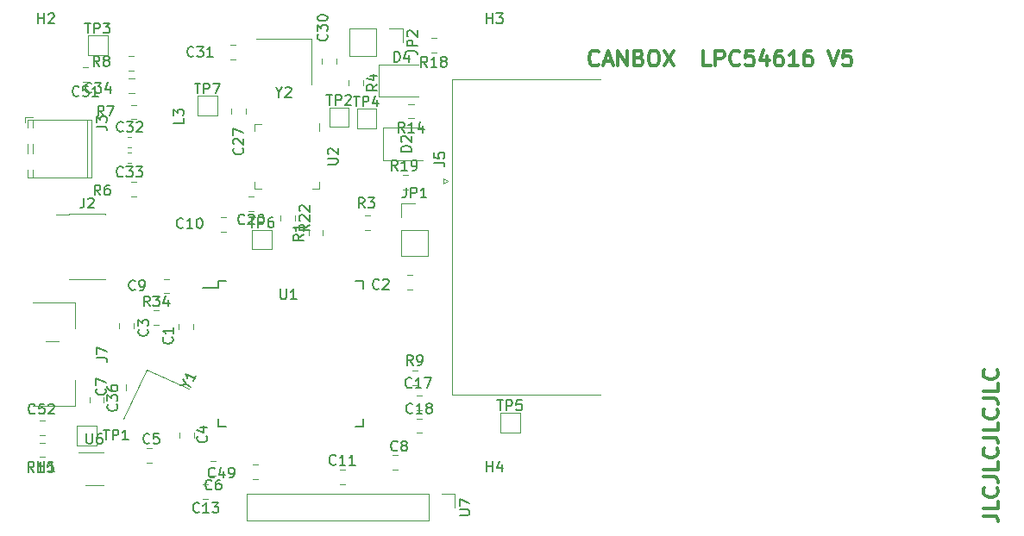
<source format=gto>
G04 #@! TF.GenerationSoftware,KiCad,Pcbnew,(5.99.0-97-g37fac7a8f)*
G04 #@! TF.CreationDate,2019-12-11T21:19:42+01:00*
G04 #@! TF.ProjectId,canbox,63616e62-6f78-42e6-9b69-6361645f7063,rev?*
G04 #@! TF.SameCoordinates,Original*
G04 #@! TF.FileFunction,Legend,Top*
G04 #@! TF.FilePolarity,Positive*
%FSLAX46Y46*%
G04 Gerber Fmt 4.6, Leading zero omitted, Abs format (unit mm)*
G04 Created by KiCad (PCBNEW (5.99.0-97-g37fac7a8f)) date 2019-12-11 21:19:42*
%MOMM*%
%LPD*%
G04 APERTURE LIST*
%ADD10C,0.300000*%
%ADD11C,0.120000*%
%ADD12C,0.150000*%
G04 APERTURE END LIST*
D10*
X77200754Y-24570754D02*
X77129325Y-24642182D01*
X76915040Y-24713611D01*
X76772182Y-24713611D01*
X76557897Y-24642182D01*
X76415040Y-24499325D01*
X76343611Y-24356468D01*
X76272182Y-24070754D01*
X76272182Y-23856468D01*
X76343611Y-23570754D01*
X76415040Y-23427897D01*
X76557897Y-23285040D01*
X76772182Y-23213611D01*
X76915040Y-23213611D01*
X77129325Y-23285040D01*
X77200754Y-23356468D01*
X77772182Y-24285040D02*
X78486468Y-24285040D01*
X77629325Y-24713611D02*
X78129325Y-23213611D01*
X78629325Y-24713611D01*
X79129325Y-24713611D02*
X79129325Y-23213611D01*
X79986468Y-24713611D01*
X79986468Y-23213611D01*
X81200754Y-23927897D02*
X81415040Y-23999325D01*
X81486468Y-24070754D01*
X81557897Y-24213611D01*
X81557897Y-24427897D01*
X81486468Y-24570754D01*
X81415040Y-24642182D01*
X81272182Y-24713611D01*
X80700754Y-24713611D01*
X80700754Y-23213611D01*
X81200754Y-23213611D01*
X81343611Y-23285040D01*
X81415040Y-23356468D01*
X81486468Y-23499325D01*
X81486468Y-23642182D01*
X81415040Y-23785040D01*
X81343611Y-23856468D01*
X81200754Y-23927897D01*
X80700754Y-23927897D01*
X82486468Y-23213611D02*
X82772182Y-23213611D01*
X82915040Y-23285040D01*
X83057897Y-23427897D01*
X83129325Y-23713611D01*
X83129325Y-24213611D01*
X83057897Y-24499325D01*
X82915040Y-24642182D01*
X82772182Y-24713611D01*
X82486468Y-24713611D01*
X82343611Y-24642182D01*
X82200754Y-24499325D01*
X82129325Y-24213611D01*
X82129325Y-23713611D01*
X82200754Y-23427897D01*
X82343611Y-23285040D01*
X82486468Y-23213611D01*
X83629325Y-23213611D02*
X84629325Y-24713611D01*
X84629325Y-23213611D02*
X83629325Y-24713611D01*
X88200754Y-24713611D02*
X87486468Y-24713611D01*
X87486468Y-23213611D01*
X88700754Y-24713611D02*
X88700754Y-23213611D01*
X89272182Y-23213611D01*
X89415040Y-23285040D01*
X89486468Y-23356468D01*
X89557897Y-23499325D01*
X89557897Y-23713611D01*
X89486468Y-23856468D01*
X89415040Y-23927897D01*
X89272182Y-23999325D01*
X88700754Y-23999325D01*
X91057897Y-24570754D02*
X90986468Y-24642182D01*
X90772182Y-24713611D01*
X90629325Y-24713611D01*
X90415040Y-24642182D01*
X90272182Y-24499325D01*
X90200754Y-24356468D01*
X90129325Y-24070754D01*
X90129325Y-23856468D01*
X90200754Y-23570754D01*
X90272182Y-23427897D01*
X90415040Y-23285040D01*
X90629325Y-23213611D01*
X90772182Y-23213611D01*
X90986468Y-23285040D01*
X91057897Y-23356468D01*
X92415040Y-23213611D02*
X91700754Y-23213611D01*
X91629325Y-23927897D01*
X91700754Y-23856468D01*
X91843611Y-23785040D01*
X92200754Y-23785040D01*
X92343611Y-23856468D01*
X92415040Y-23927897D01*
X92486468Y-24070754D01*
X92486468Y-24427897D01*
X92415040Y-24570754D01*
X92343611Y-24642182D01*
X92200754Y-24713611D01*
X91843611Y-24713611D01*
X91700754Y-24642182D01*
X91629325Y-24570754D01*
X93772182Y-23713611D02*
X93772182Y-24713611D01*
X93415040Y-23142182D02*
X93057897Y-24213611D01*
X93986468Y-24213611D01*
X95200754Y-23213611D02*
X94915040Y-23213611D01*
X94772182Y-23285040D01*
X94700754Y-23356468D01*
X94557897Y-23570754D01*
X94486468Y-23856468D01*
X94486468Y-24427897D01*
X94557897Y-24570754D01*
X94629325Y-24642182D01*
X94772182Y-24713611D01*
X95057897Y-24713611D01*
X95200754Y-24642182D01*
X95272182Y-24570754D01*
X95343611Y-24427897D01*
X95343611Y-24070754D01*
X95272182Y-23927897D01*
X95200754Y-23856468D01*
X95057897Y-23785040D01*
X94772182Y-23785040D01*
X94629325Y-23856468D01*
X94557897Y-23927897D01*
X94486468Y-24070754D01*
X96772182Y-24713611D02*
X95915040Y-24713611D01*
X96343611Y-24713611D02*
X96343611Y-23213611D01*
X96200754Y-23427897D01*
X96057897Y-23570754D01*
X95915040Y-23642182D01*
X98057897Y-23213611D02*
X97772182Y-23213611D01*
X97629325Y-23285040D01*
X97557897Y-23356468D01*
X97415040Y-23570754D01*
X97343611Y-23856468D01*
X97343611Y-24427897D01*
X97415040Y-24570754D01*
X97486468Y-24642182D01*
X97629325Y-24713611D01*
X97915040Y-24713611D01*
X98057897Y-24642182D01*
X98129325Y-24570754D01*
X98200754Y-24427897D01*
X98200754Y-24070754D01*
X98129325Y-23927897D01*
X98057897Y-23856468D01*
X97915040Y-23785040D01*
X97629325Y-23785040D01*
X97486468Y-23856468D01*
X97415040Y-23927897D01*
X97343611Y-24070754D01*
X99772182Y-23213611D02*
X100272182Y-24713611D01*
X100772182Y-23213611D01*
X101986468Y-23213611D02*
X101272182Y-23213611D01*
X101200754Y-23927897D01*
X101272182Y-23856468D01*
X101415040Y-23785040D01*
X101772182Y-23785040D01*
X101915040Y-23856468D01*
X101986468Y-23927897D01*
X102057897Y-24070754D01*
X102057897Y-24427897D01*
X101986468Y-24570754D01*
X101915040Y-24642182D01*
X101772182Y-24713611D01*
X101415040Y-24713611D01*
X101272182Y-24642182D01*
X101200754Y-24570754D01*
X114953611Y-68933611D02*
X116025040Y-68933611D01*
X116239325Y-69005040D01*
X116382182Y-69147897D01*
X116453611Y-69362182D01*
X116453611Y-69505040D01*
X116453611Y-67505040D02*
X116453611Y-68219325D01*
X114953611Y-68219325D01*
X116310754Y-66147897D02*
X116382182Y-66219325D01*
X116453611Y-66433611D01*
X116453611Y-66576468D01*
X116382182Y-66790754D01*
X116239325Y-66933611D01*
X116096468Y-67005040D01*
X115810754Y-67076468D01*
X115596468Y-67076468D01*
X115310754Y-67005040D01*
X115167897Y-66933611D01*
X115025040Y-66790754D01*
X114953611Y-66576468D01*
X114953611Y-66433611D01*
X115025040Y-66219325D01*
X115096468Y-66147897D01*
X114953611Y-65076468D02*
X116025040Y-65076468D01*
X116239325Y-65147897D01*
X116382182Y-65290754D01*
X116453611Y-65505040D01*
X116453611Y-65647897D01*
X116453611Y-63647897D02*
X116453611Y-64362182D01*
X114953611Y-64362182D01*
X116310754Y-62290754D02*
X116382182Y-62362182D01*
X116453611Y-62576468D01*
X116453611Y-62719325D01*
X116382182Y-62933611D01*
X116239325Y-63076468D01*
X116096468Y-63147897D01*
X115810754Y-63219325D01*
X115596468Y-63219325D01*
X115310754Y-63147897D01*
X115167897Y-63076468D01*
X115025040Y-62933611D01*
X114953611Y-62719325D01*
X114953611Y-62576468D01*
X115025040Y-62362182D01*
X115096468Y-62290754D01*
X114953611Y-61219325D02*
X116025040Y-61219325D01*
X116239325Y-61290754D01*
X116382182Y-61433611D01*
X116453611Y-61647897D01*
X116453611Y-61790754D01*
X116453611Y-59790754D02*
X116453611Y-60505040D01*
X114953611Y-60505040D01*
X116310754Y-58433611D02*
X116382182Y-58505040D01*
X116453611Y-58719325D01*
X116453611Y-58862182D01*
X116382182Y-59076468D01*
X116239325Y-59219325D01*
X116096468Y-59290754D01*
X115810754Y-59362182D01*
X115596468Y-59362182D01*
X115310754Y-59290754D01*
X115167897Y-59219325D01*
X115025040Y-59076468D01*
X114953611Y-58862182D01*
X114953611Y-58719325D01*
X115025040Y-58505040D01*
X115096468Y-58433611D01*
X114953611Y-57362182D02*
X116025040Y-57362182D01*
X116239325Y-57433611D01*
X116382182Y-57576468D01*
X116453611Y-57790754D01*
X116453611Y-57933611D01*
X116453611Y-55933611D02*
X116453611Y-56647897D01*
X114953611Y-56647897D01*
X116310754Y-54576468D02*
X116382182Y-54647897D01*
X116453611Y-54862182D01*
X116453611Y-55005040D01*
X116382182Y-55219325D01*
X116239325Y-55362182D01*
X116096468Y-55433611D01*
X115810754Y-55505040D01*
X115596468Y-55505040D01*
X115310754Y-55433611D01*
X115167897Y-55362182D01*
X115025040Y-55219325D01*
X114953611Y-55005040D01*
X114953611Y-54862182D01*
X115025040Y-54647897D01*
X115096468Y-54576468D01*
D11*
X38917512Y-67227520D02*
X38395008Y-67227520D01*
X38917512Y-65807520D02*
X38395008Y-65807520D01*
X36972252Y-56435035D02*
X32893867Y-54533253D01*
X32893867Y-54533253D02*
X30611728Y-59427315D01*
X37884060Y-27678340D02*
X39784060Y-27678340D01*
X39784060Y-27678340D02*
X39784060Y-29578340D01*
X39784060Y-29578340D02*
X37884060Y-29578340D01*
X37884060Y-29578340D02*
X37884060Y-27678340D01*
X43231040Y-40834040D02*
X45131040Y-40834040D01*
X45131040Y-40834040D02*
X45131040Y-42734040D01*
X45131040Y-42734040D02*
X43231040Y-42734040D01*
X43231040Y-42734040D02*
X43231040Y-40834040D01*
X31353307Y-34249040D02*
X31010773Y-34249040D01*
X31353307Y-33229040D02*
X31010773Y-33229040D01*
X31019773Y-31668040D02*
X31362307Y-31668040D01*
X31019773Y-32688040D02*
X31362307Y-32688040D01*
D12*
X39875000Y-46525000D02*
X38350000Y-46525000D01*
X54125000Y-45875000D02*
X53365000Y-45875000D01*
X54125000Y-60125000D02*
X53365000Y-60125000D01*
X39875000Y-60125000D02*
X40635000Y-60125000D01*
X39875000Y-45875000D02*
X40635000Y-45875000D01*
X39875000Y-60125000D02*
X39875000Y-59365000D01*
X54125000Y-60125000D02*
X54125000Y-59365000D01*
X54125000Y-45875000D02*
X54125000Y-46635000D01*
X39875000Y-45875000D02*
X39875000Y-46525000D01*
D11*
X52775040Y-21075040D02*
X52775040Y-23735040D01*
X55375040Y-21075040D02*
X52775040Y-21075040D01*
X55375040Y-23735040D02*
X52775040Y-23735040D01*
X55375040Y-21075040D02*
X55375040Y-23735040D01*
X56645040Y-21075040D02*
X57975040Y-21075040D01*
X57975040Y-21075040D02*
X57975040Y-22405040D01*
X25260040Y-39240040D02*
X28790040Y-39240040D01*
X25260040Y-45710040D02*
X28790040Y-45710040D01*
X23935040Y-39305040D02*
X25260040Y-39305040D01*
X25260040Y-39240040D02*
X25260040Y-39305040D01*
X28790040Y-39240040D02*
X28790040Y-39305040D01*
X25260040Y-45645040D02*
X25260040Y-45710040D01*
X28790040Y-45645040D02*
X28790040Y-45710040D01*
X53485040Y-28945040D02*
X55385040Y-28945040D01*
X55385040Y-28945040D02*
X55385040Y-30845040D01*
X55385040Y-30845040D02*
X53485040Y-30845040D01*
X53485040Y-30845040D02*
X53485040Y-28945040D01*
X49770040Y-31120040D02*
X49770040Y-30320040D01*
X43470040Y-30470040D02*
X44120040Y-30470040D01*
X43470040Y-31120040D02*
X43470040Y-30470040D01*
X43470040Y-36770040D02*
X44120040Y-36770040D01*
X43470040Y-36120040D02*
X43470040Y-36770040D01*
X49770040Y-36770040D02*
X49120040Y-36770040D01*
X49770040Y-36120040D02*
X49770040Y-36770040D01*
X46025040Y-39418788D02*
X46025040Y-39941292D01*
X47445040Y-39418788D02*
X47445040Y-39941292D01*
X57835040Y-38225040D02*
X59165040Y-38225040D01*
X57835040Y-39555040D02*
X57835040Y-38225040D01*
X57835040Y-40825040D02*
X60495040Y-40825040D01*
X60495040Y-40825040D02*
X60495040Y-43425040D01*
X57835040Y-40825040D02*
X57835040Y-43425040D01*
X57835040Y-43425040D02*
X60495040Y-43425040D01*
X55610040Y-27730040D02*
X59495040Y-27730040D01*
X55610040Y-24560040D02*
X55610040Y-27730040D01*
X59495040Y-24560040D02*
X55610040Y-24560040D01*
X56089422Y-33985621D02*
X59974422Y-33985621D01*
X56089422Y-30815621D02*
X56089422Y-33985621D01*
X59974422Y-30815621D02*
X56089422Y-30815621D01*
X26825040Y-65895040D02*
X28625040Y-65895040D01*
X28625040Y-62675040D02*
X26175040Y-62675040D01*
X67585040Y-58815040D02*
X69485040Y-58815040D01*
X69485040Y-58815040D02*
X69485040Y-60715040D01*
X69485040Y-60715040D02*
X67585040Y-60715040D01*
X67585040Y-60715040D02*
X67585040Y-58815040D01*
X50815040Y-28815040D02*
X52715040Y-28815040D01*
X52715040Y-28815040D02*
X52715040Y-30715040D01*
X52715040Y-30715040D02*
X50815040Y-30715040D01*
X50815040Y-30715040D02*
X50815040Y-28815040D01*
X49035040Y-26555040D02*
X49035040Y-22055040D01*
X49035040Y-22055040D02*
X43635040Y-22055040D01*
X58506292Y-36840040D02*
X57983788Y-36840040D01*
X58506292Y-35420040D02*
X57983788Y-35420040D01*
X61296292Y-23435040D02*
X60773788Y-23435040D01*
X61296292Y-22015040D02*
X60773788Y-22015040D01*
X59077292Y-29871040D02*
X58554788Y-29871040D01*
X59077292Y-28451040D02*
X58554788Y-28451040D01*
X43381292Y-39005040D02*
X42858788Y-39005040D01*
X43381292Y-37585040D02*
X42858788Y-37585040D01*
X59461292Y-56075040D02*
X58938788Y-56075040D01*
X59461292Y-54655040D02*
X58938788Y-54655040D01*
X59901292Y-58565040D02*
X59378788Y-58565040D01*
X59901292Y-57145040D02*
X59378788Y-57145040D01*
X35061292Y-47075040D02*
X34538788Y-47075040D01*
X35061292Y-45655040D02*
X34538788Y-45655040D01*
X77415040Y-57020040D02*
X62875040Y-57020040D01*
X62875040Y-57020040D02*
X62875040Y-26050040D01*
X62875040Y-26050040D02*
X77415040Y-26050040D01*
X61980702Y-36245040D02*
X61980702Y-35745040D01*
X61980702Y-35745040D02*
X62413715Y-35995040D01*
X62413715Y-35995040D02*
X61980702Y-36245040D01*
X21725040Y-30035040D02*
X21725040Y-30805040D01*
X21725040Y-32385040D02*
X21725040Y-33345040D01*
X21725040Y-34925040D02*
X21725040Y-35695040D01*
X27025040Y-30035040D02*
X27025040Y-35695040D01*
X27485040Y-30035040D02*
X27485040Y-35695040D01*
X21165040Y-30035040D02*
X21165040Y-30805040D01*
X21165040Y-32385040D02*
X21165040Y-33345040D01*
X21165040Y-34925040D02*
X21165040Y-35695040D01*
X27485040Y-30035040D02*
X21165040Y-30035040D01*
X27485040Y-35695040D02*
X21165040Y-35695040D01*
X21665040Y-29795040D02*
X20925040Y-29795040D01*
X20925040Y-29795040D02*
X20925040Y-30295040D01*
X34030674Y-50170621D02*
X33508170Y-50170621D01*
X34030674Y-48750621D02*
X33508170Y-48750621D01*
X42675040Y-66765040D02*
X42675040Y-69425040D01*
X60515040Y-66765040D02*
X42675040Y-66765040D01*
X60515040Y-69425040D02*
X42675040Y-69425040D01*
X60515040Y-66765040D02*
X60515040Y-69425040D01*
X61785040Y-66765040D02*
X63115040Y-66765040D01*
X63115040Y-66765040D02*
X63115040Y-68095040D01*
X27121040Y-21747040D02*
X29021040Y-21747040D01*
X29021040Y-21747040D02*
X29021040Y-23647040D01*
X29021040Y-23647040D02*
X27121040Y-23647040D01*
X27121040Y-23647040D02*
X27121040Y-21747040D01*
X26028040Y-60091040D02*
X27928040Y-60091040D01*
X27928040Y-60091040D02*
X27928040Y-61991040D01*
X27928040Y-61991040D02*
X26028040Y-61991040D01*
X26028040Y-61991040D02*
X26028040Y-60091040D01*
X22863292Y-63148040D02*
X22340788Y-63148040D01*
X22863292Y-61728040D02*
X22340788Y-61728040D01*
X31621292Y-25165040D02*
X31098788Y-25165040D01*
X31621292Y-23745040D02*
X31098788Y-23745040D01*
X31323788Y-28545040D02*
X31846292Y-28545040D01*
X31323788Y-29965040D02*
X31846292Y-29965040D01*
X31298788Y-36145040D02*
X31821292Y-36145040D01*
X31298788Y-37565040D02*
X31821292Y-37565040D01*
X54100040Y-26103788D02*
X54100040Y-26626292D01*
X52680040Y-26103788D02*
X52680040Y-26626292D01*
X54801292Y-40815040D02*
X54278788Y-40815040D01*
X54801292Y-39395040D02*
X54278788Y-39395040D01*
X48745040Y-41381292D02*
X48745040Y-40858788D01*
X50165040Y-41381292D02*
X50165040Y-40858788D01*
X25820000Y-50530000D02*
X25820000Y-47990000D01*
X25820000Y-47990000D02*
X21730000Y-47990000D01*
X25820000Y-58150000D02*
X25820000Y-55610000D01*
X25820000Y-58150000D02*
X21730000Y-58150000D01*
X24270000Y-51800000D02*
X23000000Y-51800000D01*
X22911292Y-60989040D02*
X22388788Y-60989040D01*
X22911292Y-59569040D02*
X22388788Y-59569040D01*
X27107672Y-26310660D02*
X26585168Y-26310660D01*
X27107672Y-24890660D02*
X26585168Y-24890660D01*
X43248788Y-63925040D02*
X43771292Y-63925040D01*
X43248788Y-65345040D02*
X43771292Y-65345040D01*
X27239422Y-57771873D02*
X27239422Y-57249369D01*
X28659422Y-57771873D02*
X28659422Y-57249369D01*
X31123788Y-25945040D02*
X31646292Y-25945040D01*
X31123788Y-27365040D02*
X31646292Y-27365040D01*
X41621292Y-24055040D02*
X41098788Y-24055040D01*
X41621292Y-22635040D02*
X41098788Y-22635040D01*
X51495040Y-23968788D02*
X51495040Y-24491292D01*
X50075040Y-23968788D02*
X50075040Y-24491292D01*
X41195040Y-29421292D02*
X41195040Y-28898788D01*
X42615040Y-29421292D02*
X42615040Y-28898788D01*
X59339406Y-59369459D02*
X59861910Y-59369459D01*
X59339406Y-60789459D02*
X59861910Y-60789459D01*
X51803788Y-64415040D02*
X52326292Y-64415040D01*
X51803788Y-65835040D02*
X52326292Y-65835040D01*
X40643332Y-41027420D02*
X40120828Y-41027420D01*
X40643332Y-39607420D02*
X40120828Y-39607420D01*
X56983788Y-62975040D02*
X57506292Y-62975040D01*
X56983788Y-64395040D02*
X57506292Y-64395040D01*
X30803040Y-56039788D02*
X30803040Y-56562292D01*
X29383040Y-56039788D02*
X29383040Y-56562292D01*
X39671292Y-64985040D02*
X39148788Y-64985040D01*
X39671292Y-63565040D02*
X39148788Y-63565040D01*
X33381292Y-63730040D02*
X32858788Y-63730040D01*
X33381292Y-62310040D02*
X32858788Y-62310040D01*
X37509040Y-60750788D02*
X37509040Y-61273292D01*
X36089040Y-60750788D02*
X36089040Y-61273292D01*
X30163700Y-50519072D02*
X30163700Y-49996568D01*
X31583700Y-50519072D02*
X31583700Y-49996568D01*
X58433788Y-45255040D02*
X58956292Y-45255040D01*
X58433788Y-46675040D02*
X58956292Y-46675040D01*
X35975040Y-50626292D02*
X35975040Y-50103788D01*
X37395040Y-50626292D02*
X37395040Y-50103788D01*
D12*
X38013402Y-68524662D02*
X37965783Y-68572281D01*
X37822926Y-68619900D01*
X37727688Y-68619900D01*
X37584831Y-68572281D01*
X37489593Y-68477043D01*
X37441974Y-68381805D01*
X37394355Y-68191329D01*
X37394355Y-68048472D01*
X37441974Y-67857996D01*
X37489593Y-67762758D01*
X37584831Y-67667520D01*
X37727688Y-67619900D01*
X37822926Y-67619900D01*
X37965783Y-67667520D01*
X38013402Y-67715139D01*
X38965783Y-68619900D02*
X38394355Y-68619900D01*
X38680069Y-68619900D02*
X38680069Y-67619900D01*
X38584831Y-67762758D01*
X38489593Y-67857996D01*
X38394355Y-67905615D01*
X39299117Y-67619900D02*
X39918164Y-67619900D01*
X39584831Y-68000853D01*
X39727688Y-68000853D01*
X39822926Y-68048472D01*
X39870545Y-68096091D01*
X39918164Y-68191329D01*
X39918164Y-68429424D01*
X39870545Y-68524662D01*
X39822926Y-68572281D01*
X39727688Y-68619900D01*
X39441974Y-68619900D01*
X39346736Y-68572281D01*
X39299117Y-68524662D01*
X36761193Y-56040481D02*
X37192768Y-56241728D01*
X36145588Y-56121212D02*
X36761193Y-56040481D01*
X36427333Y-55517007D01*
X37695885Y-55162790D02*
X37454389Y-55680680D01*
X37575137Y-55421735D02*
X36668829Y-54999117D01*
X36758052Y-55145806D01*
X36804118Y-55272371D01*
X36807026Y-55378810D01*
X37572155Y-26432720D02*
X38143583Y-26432720D01*
X37857869Y-27432720D02*
X37857869Y-26432720D01*
X38476917Y-27432720D02*
X38476917Y-26432720D01*
X38857869Y-26432720D01*
X38953107Y-26480340D01*
X39000726Y-26527959D01*
X39048345Y-26623197D01*
X39048345Y-26766054D01*
X39000726Y-26861292D01*
X38953107Y-26908911D01*
X38857869Y-26956530D01*
X38476917Y-26956530D01*
X39381679Y-26432720D02*
X40048345Y-26432720D01*
X39619774Y-27432720D01*
X42919135Y-39588420D02*
X43490563Y-39588420D01*
X43204849Y-40588420D02*
X43204849Y-39588420D01*
X43823897Y-40588420D02*
X43823897Y-39588420D01*
X44204849Y-39588420D01*
X44300087Y-39636040D01*
X44347706Y-39683659D01*
X44395325Y-39778897D01*
X44395325Y-39921754D01*
X44347706Y-40016992D01*
X44300087Y-40064611D01*
X44204849Y-40112230D01*
X43823897Y-40112230D01*
X45252468Y-39588420D02*
X45061992Y-39588420D01*
X44966754Y-39636040D01*
X44919135Y-39683659D01*
X44823897Y-39826516D01*
X44776278Y-40016992D01*
X44776278Y-40397944D01*
X44823897Y-40493182D01*
X44871516Y-40540801D01*
X44966754Y-40588420D01*
X45157230Y-40588420D01*
X45252468Y-40540801D01*
X45300087Y-40493182D01*
X45347706Y-40397944D01*
X45347706Y-40159849D01*
X45300087Y-40064611D01*
X45252468Y-40016992D01*
X45157230Y-39969373D01*
X44966754Y-39969373D01*
X44871516Y-40016992D01*
X44823897Y-40064611D01*
X44776278Y-40159849D01*
X30539182Y-35526182D02*
X30491563Y-35573801D01*
X30348706Y-35621420D01*
X30253468Y-35621420D01*
X30110611Y-35573801D01*
X30015373Y-35478563D01*
X29967754Y-35383325D01*
X29920135Y-35192849D01*
X29920135Y-35049992D01*
X29967754Y-34859516D01*
X30015373Y-34764278D01*
X30110611Y-34669040D01*
X30253468Y-34621420D01*
X30348706Y-34621420D01*
X30491563Y-34669040D01*
X30539182Y-34716659D01*
X30872516Y-34621420D02*
X31491563Y-34621420D01*
X31158230Y-35002373D01*
X31301087Y-35002373D01*
X31396325Y-35049992D01*
X31443944Y-35097611D01*
X31491563Y-35192849D01*
X31491563Y-35430944D01*
X31443944Y-35526182D01*
X31396325Y-35573801D01*
X31301087Y-35621420D01*
X31015373Y-35621420D01*
X30920135Y-35573801D01*
X30872516Y-35526182D01*
X31824897Y-34621420D02*
X32443944Y-34621420D01*
X32110611Y-35002373D01*
X32253468Y-35002373D01*
X32348706Y-35049992D01*
X32396325Y-35097611D01*
X32443944Y-35192849D01*
X32443944Y-35430944D01*
X32396325Y-35526182D01*
X32348706Y-35573801D01*
X32253468Y-35621420D01*
X31967754Y-35621420D01*
X31872516Y-35573801D01*
X31824897Y-35526182D01*
X30548182Y-31105182D02*
X30500563Y-31152801D01*
X30357706Y-31200420D01*
X30262468Y-31200420D01*
X30119611Y-31152801D01*
X30024373Y-31057563D01*
X29976754Y-30962325D01*
X29929135Y-30771849D01*
X29929135Y-30628992D01*
X29976754Y-30438516D01*
X30024373Y-30343278D01*
X30119611Y-30248040D01*
X30262468Y-30200420D01*
X30357706Y-30200420D01*
X30500563Y-30248040D01*
X30548182Y-30295659D01*
X30881516Y-30200420D02*
X31500563Y-30200420D01*
X31167230Y-30581373D01*
X31310087Y-30581373D01*
X31405325Y-30628992D01*
X31452944Y-30676611D01*
X31500563Y-30771849D01*
X31500563Y-31009944D01*
X31452944Y-31105182D01*
X31405325Y-31152801D01*
X31310087Y-31200420D01*
X31024373Y-31200420D01*
X30929135Y-31152801D01*
X30881516Y-31105182D01*
X31881516Y-30295659D02*
X31929135Y-30248040D01*
X32024373Y-30200420D01*
X32262468Y-30200420D01*
X32357706Y-30248040D01*
X32405325Y-30295659D01*
X32452944Y-30390897D01*
X32452944Y-30486135D01*
X32405325Y-30628992D01*
X31833897Y-31200420D01*
X32452944Y-31200420D01*
X36504780Y-29839286D02*
X36504780Y-30315477D01*
X35504780Y-30315477D01*
X35504780Y-29601191D02*
X35504780Y-28982143D01*
X35885733Y-29315477D01*
X35885733Y-29172620D01*
X35933352Y-29077381D01*
X35980971Y-29029762D01*
X36076209Y-28982143D01*
X36314304Y-28982143D01*
X36409542Y-29029762D01*
X36457161Y-29077381D01*
X36504780Y-29172620D01*
X36504780Y-29458334D01*
X36457161Y-29553572D01*
X36409542Y-29601191D01*
X45990695Y-46650180D02*
X45990695Y-47459704D01*
X46038314Y-47554942D01*
X46085933Y-47602561D01*
X46181171Y-47650180D01*
X46371647Y-47650180D01*
X46466885Y-47602561D01*
X46514504Y-47554942D01*
X46562123Y-47459704D01*
X46562123Y-46650180D01*
X47562123Y-47650180D02*
X46990695Y-47650180D01*
X47276409Y-47650180D02*
X47276409Y-46650180D01*
X47181171Y-46793038D01*
X47085933Y-46888276D01*
X46990695Y-46935895D01*
X66238095Y-64552380D02*
X66238095Y-63552380D01*
X66238095Y-64028571D02*
X66809523Y-64028571D01*
X66809523Y-64552380D02*
X66809523Y-63552380D01*
X67714285Y-63885714D02*
X67714285Y-64552380D01*
X67476190Y-63504761D02*
X67238095Y-64219047D01*
X67857142Y-64219047D01*
X66238095Y-20552380D02*
X66238095Y-19552380D01*
X66238095Y-20028571D02*
X66809523Y-20028571D01*
X66809523Y-20552380D02*
X66809523Y-19552380D01*
X67190476Y-19552380D02*
X67809523Y-19552380D01*
X67476190Y-19933333D01*
X67619047Y-19933333D01*
X67714285Y-19980952D01*
X67761904Y-20028571D01*
X67809523Y-20123809D01*
X67809523Y-20361904D01*
X67761904Y-20457142D01*
X67714285Y-20504761D01*
X67619047Y-20552380D01*
X67333333Y-20552380D01*
X67238095Y-20504761D01*
X67190476Y-20457142D01*
X22238095Y-20552380D02*
X22238095Y-19552380D01*
X22238095Y-20028571D02*
X22809523Y-20028571D01*
X22809523Y-20552380D02*
X22809523Y-19552380D01*
X23238095Y-19647619D02*
X23285714Y-19600000D01*
X23380952Y-19552380D01*
X23619047Y-19552380D01*
X23714285Y-19600000D01*
X23761904Y-19647619D01*
X23809523Y-19742857D01*
X23809523Y-19838095D01*
X23761904Y-19980952D01*
X23190476Y-20552380D01*
X23809523Y-20552380D01*
X22238095Y-64552380D02*
X22238095Y-63552380D01*
X22238095Y-64028571D02*
X22809523Y-64028571D01*
X22809523Y-64552380D02*
X22809523Y-63552380D01*
X23809523Y-64552380D02*
X23238095Y-64552380D01*
X23523809Y-64552380D02*
X23523809Y-63552380D01*
X23428571Y-63695238D01*
X23333333Y-63790476D01*
X23238095Y-63838095D01*
X58427420Y-23238373D02*
X59141706Y-23238373D01*
X59284563Y-23285992D01*
X59379801Y-23381230D01*
X59427420Y-23524087D01*
X59427420Y-23619325D01*
X59427420Y-22762182D02*
X58427420Y-22762182D01*
X58427420Y-22381230D01*
X58475040Y-22285992D01*
X58522659Y-22238373D01*
X58617897Y-22190754D01*
X58760754Y-22190754D01*
X58855992Y-22238373D01*
X58903611Y-22285992D01*
X58951230Y-22381230D01*
X58951230Y-22762182D01*
X58522659Y-21809801D02*
X58475040Y-21762182D01*
X58427420Y-21666944D01*
X58427420Y-21428849D01*
X58475040Y-21333611D01*
X58522659Y-21285992D01*
X58617897Y-21238373D01*
X58713135Y-21238373D01*
X58855992Y-21285992D01*
X59427420Y-21857420D01*
X59427420Y-21238373D01*
X26691706Y-37692420D02*
X26691706Y-38406706D01*
X26644087Y-38549563D01*
X26548849Y-38644801D01*
X26405992Y-38692420D01*
X26310754Y-38692420D01*
X27120278Y-37787659D02*
X27167897Y-37740040D01*
X27263135Y-37692420D01*
X27501230Y-37692420D01*
X27596468Y-37740040D01*
X27644087Y-37787659D01*
X27691706Y-37882897D01*
X27691706Y-37978135D01*
X27644087Y-38120992D01*
X27072659Y-38692420D01*
X27691706Y-38692420D01*
X53173135Y-27699420D02*
X53744563Y-27699420D01*
X53458849Y-28699420D02*
X53458849Y-27699420D01*
X54077897Y-28699420D02*
X54077897Y-27699420D01*
X54458849Y-27699420D01*
X54554087Y-27747040D01*
X54601706Y-27794659D01*
X54649325Y-27889897D01*
X54649325Y-28032754D01*
X54601706Y-28127992D01*
X54554087Y-28175611D01*
X54458849Y-28223230D01*
X54077897Y-28223230D01*
X55506468Y-28032754D02*
X55506468Y-28699420D01*
X55268373Y-27651801D02*
X55030278Y-28366087D01*
X55649325Y-28366087D01*
X50622420Y-34381944D02*
X51431944Y-34381944D01*
X51527182Y-34334325D01*
X51574801Y-34286706D01*
X51622420Y-34191468D01*
X51622420Y-34000992D01*
X51574801Y-33905754D01*
X51527182Y-33858135D01*
X51431944Y-33810516D01*
X50622420Y-33810516D01*
X50717659Y-33381944D02*
X50670040Y-33334325D01*
X50622420Y-33239087D01*
X50622420Y-33000992D01*
X50670040Y-32905754D01*
X50717659Y-32858135D01*
X50812897Y-32810516D01*
X50908135Y-32810516D01*
X51050992Y-32858135D01*
X51622420Y-33429563D01*
X51622420Y-32810516D01*
X48837420Y-40322897D02*
X48361230Y-40656230D01*
X48837420Y-40894325D02*
X47837420Y-40894325D01*
X47837420Y-40513373D01*
X47885040Y-40418135D01*
X47932659Y-40370516D01*
X48027897Y-40322897D01*
X48170754Y-40322897D01*
X48265992Y-40370516D01*
X48313611Y-40418135D01*
X48361230Y-40513373D01*
X48361230Y-40894325D01*
X47932659Y-39941944D02*
X47885040Y-39894325D01*
X47837420Y-39799087D01*
X47837420Y-39560992D01*
X47885040Y-39465754D01*
X47932659Y-39418135D01*
X48027897Y-39370516D01*
X48123135Y-39370516D01*
X48265992Y-39418135D01*
X48837420Y-39989563D01*
X48837420Y-39370516D01*
X47932659Y-38989563D02*
X47885040Y-38941944D01*
X47837420Y-38846706D01*
X47837420Y-38608611D01*
X47885040Y-38513373D01*
X47932659Y-38465754D01*
X48027897Y-38418135D01*
X48123135Y-38418135D01*
X48265992Y-38465754D01*
X48837420Y-39037182D01*
X48837420Y-38418135D01*
X58331706Y-36677420D02*
X58331706Y-37391706D01*
X58284087Y-37534563D01*
X58188849Y-37629801D01*
X58045992Y-37677420D01*
X57950754Y-37677420D01*
X58807897Y-37677420D02*
X58807897Y-36677420D01*
X59188849Y-36677420D01*
X59284087Y-36725040D01*
X59331706Y-36772659D01*
X59379325Y-36867897D01*
X59379325Y-37010754D01*
X59331706Y-37105992D01*
X59284087Y-37153611D01*
X59188849Y-37201230D01*
X58807897Y-37201230D01*
X60331706Y-37677420D02*
X59760278Y-37677420D01*
X60045992Y-37677420D02*
X60045992Y-36677420D01*
X59950754Y-36820278D01*
X59855516Y-36915516D01*
X59760278Y-36963135D01*
X57156944Y-24317420D02*
X57156944Y-23317420D01*
X57395040Y-23317420D01*
X57537897Y-23365040D01*
X57633135Y-23460278D01*
X57680754Y-23555516D01*
X57728373Y-23745992D01*
X57728373Y-23888849D01*
X57680754Y-24079325D01*
X57633135Y-24174563D01*
X57537897Y-24269801D01*
X57395040Y-24317420D01*
X57156944Y-24317420D01*
X58585516Y-23650754D02*
X58585516Y-24317420D01*
X58347420Y-23269801D02*
X58109325Y-23984087D01*
X58728373Y-23984087D01*
X58826802Y-33128716D02*
X57826802Y-33128716D01*
X57826802Y-32890621D01*
X57874422Y-32747763D01*
X57969660Y-32652525D01*
X58064898Y-32604906D01*
X58255374Y-32557287D01*
X58398231Y-32557287D01*
X58588707Y-32604906D01*
X58683945Y-32652525D01*
X58779183Y-32747763D01*
X58826802Y-32890621D01*
X58826802Y-33128716D01*
X57922041Y-32176335D02*
X57874422Y-32128716D01*
X57826802Y-32033478D01*
X57826802Y-31795382D01*
X57874422Y-31700144D01*
X57922041Y-31652525D01*
X58017279Y-31604906D01*
X58112517Y-31604906D01*
X58255374Y-31652525D01*
X58826802Y-32223954D01*
X58826802Y-31604906D01*
X26963135Y-60837420D02*
X26963135Y-61646944D01*
X27010754Y-61742182D01*
X27058373Y-61789801D01*
X27153611Y-61837420D01*
X27344087Y-61837420D01*
X27439325Y-61789801D01*
X27486944Y-61742182D01*
X27534563Y-61646944D01*
X27534563Y-60837420D01*
X28439325Y-60837420D02*
X28248849Y-60837420D01*
X28153611Y-60885040D01*
X28105992Y-60932659D01*
X28010754Y-61075516D01*
X27963135Y-61265992D01*
X27963135Y-61646944D01*
X28010754Y-61742182D01*
X28058373Y-61789801D01*
X28153611Y-61837420D01*
X28344087Y-61837420D01*
X28439325Y-61789801D01*
X28486944Y-61742182D01*
X28534563Y-61646944D01*
X28534563Y-61408849D01*
X28486944Y-61313611D01*
X28439325Y-61265992D01*
X28344087Y-61218373D01*
X28153611Y-61218373D01*
X28058373Y-61265992D01*
X28010754Y-61313611D01*
X27963135Y-61408849D01*
X67273135Y-57569420D02*
X67844563Y-57569420D01*
X67558849Y-58569420D02*
X67558849Y-57569420D01*
X68177897Y-58569420D02*
X68177897Y-57569420D01*
X68558849Y-57569420D01*
X68654087Y-57617040D01*
X68701706Y-57664659D01*
X68749325Y-57759897D01*
X68749325Y-57902754D01*
X68701706Y-57997992D01*
X68654087Y-58045611D01*
X68558849Y-58093230D01*
X68177897Y-58093230D01*
X69654087Y-57569420D02*
X69177897Y-57569420D01*
X69130278Y-58045611D01*
X69177897Y-57997992D01*
X69273135Y-57950373D01*
X69511230Y-57950373D01*
X69606468Y-57997992D01*
X69654087Y-58045611D01*
X69701706Y-58140849D01*
X69701706Y-58378944D01*
X69654087Y-58474182D01*
X69606468Y-58521801D01*
X69511230Y-58569420D01*
X69273135Y-58569420D01*
X69177897Y-58521801D01*
X69130278Y-58474182D01*
X50503135Y-27569420D02*
X51074563Y-27569420D01*
X50788849Y-28569420D02*
X50788849Y-27569420D01*
X51407897Y-28569420D02*
X51407897Y-27569420D01*
X51788849Y-27569420D01*
X51884087Y-27617040D01*
X51931706Y-27664659D01*
X51979325Y-27759897D01*
X51979325Y-27902754D01*
X51931706Y-27997992D01*
X51884087Y-28045611D01*
X51788849Y-28093230D01*
X51407897Y-28093230D01*
X52360278Y-27664659D02*
X52407897Y-27617040D01*
X52503135Y-27569420D01*
X52741230Y-27569420D01*
X52836468Y-27617040D01*
X52884087Y-27664659D01*
X52931706Y-27759897D01*
X52931706Y-27855135D01*
X52884087Y-27997992D01*
X52312659Y-28569420D01*
X52931706Y-28569420D01*
X45858849Y-27331230D02*
X45858849Y-27807420D01*
X45525516Y-26807420D02*
X45858849Y-27331230D01*
X46192182Y-26807420D01*
X46477897Y-26902659D02*
X46525516Y-26855040D01*
X46620754Y-26807420D01*
X46858849Y-26807420D01*
X46954087Y-26855040D01*
X47001706Y-26902659D01*
X47049325Y-26997897D01*
X47049325Y-27093135D01*
X47001706Y-27235992D01*
X46430278Y-27807420D01*
X47049325Y-27807420D01*
X57494822Y-34981440D02*
X57161489Y-34505250D01*
X56923394Y-34981440D02*
X56923394Y-33981440D01*
X57304346Y-33981440D01*
X57399584Y-34029060D01*
X57447203Y-34076679D01*
X57494822Y-34171917D01*
X57494822Y-34314774D01*
X57447203Y-34410012D01*
X57399584Y-34457631D01*
X57304346Y-34505250D01*
X56923394Y-34505250D01*
X58447203Y-34981440D02*
X57875775Y-34981440D01*
X58161489Y-34981440D02*
X58161489Y-33981440D01*
X58066251Y-34124298D01*
X57971013Y-34219536D01*
X57875775Y-34267155D01*
X58923394Y-34981440D02*
X59113870Y-34981440D01*
X59209108Y-34933821D01*
X59256727Y-34886202D01*
X59351965Y-34743345D01*
X59399584Y-34552869D01*
X59399584Y-34171917D01*
X59351965Y-34076679D01*
X59304346Y-34029060D01*
X59209108Y-33981440D01*
X59018632Y-33981440D01*
X58923394Y-34029060D01*
X58875775Y-34076679D01*
X58828156Y-34171917D01*
X58828156Y-34410012D01*
X58875775Y-34505250D01*
X58923394Y-34552869D01*
X59018632Y-34600488D01*
X59209108Y-34600488D01*
X59304346Y-34552869D01*
X59351965Y-34505250D01*
X59399584Y-34410012D01*
X60392182Y-24827420D02*
X60058849Y-24351230D01*
X59820754Y-24827420D02*
X59820754Y-23827420D01*
X60201706Y-23827420D01*
X60296944Y-23875040D01*
X60344563Y-23922659D01*
X60392182Y-24017897D01*
X60392182Y-24160754D01*
X60344563Y-24255992D01*
X60296944Y-24303611D01*
X60201706Y-24351230D01*
X59820754Y-24351230D01*
X61344563Y-24827420D02*
X60773135Y-24827420D01*
X61058849Y-24827420D02*
X61058849Y-23827420D01*
X60963611Y-23970278D01*
X60868373Y-24065516D01*
X60773135Y-24113135D01*
X61915992Y-24255992D02*
X61820754Y-24208373D01*
X61773135Y-24160754D01*
X61725516Y-24065516D01*
X61725516Y-24017897D01*
X61773135Y-23922659D01*
X61820754Y-23875040D01*
X61915992Y-23827420D01*
X62106468Y-23827420D01*
X62201706Y-23875040D01*
X62249325Y-23922659D01*
X62296944Y-24017897D01*
X62296944Y-24065516D01*
X62249325Y-24160754D01*
X62201706Y-24208373D01*
X62106468Y-24255992D01*
X61915992Y-24255992D01*
X61820754Y-24303611D01*
X61773135Y-24351230D01*
X61725516Y-24446468D01*
X61725516Y-24636944D01*
X61773135Y-24732182D01*
X61820754Y-24779801D01*
X61915992Y-24827420D01*
X62106468Y-24827420D01*
X62201706Y-24779801D01*
X62249325Y-24732182D01*
X62296944Y-24636944D01*
X62296944Y-24446468D01*
X62249325Y-24351230D01*
X62201706Y-24303611D01*
X62106468Y-24255992D01*
X58173182Y-31263420D02*
X57839849Y-30787230D01*
X57601754Y-31263420D02*
X57601754Y-30263420D01*
X57982706Y-30263420D01*
X58077944Y-30311040D01*
X58125563Y-30358659D01*
X58173182Y-30453897D01*
X58173182Y-30596754D01*
X58125563Y-30691992D01*
X58077944Y-30739611D01*
X57982706Y-30787230D01*
X57601754Y-30787230D01*
X59125563Y-31263420D02*
X58554135Y-31263420D01*
X58839849Y-31263420D02*
X58839849Y-30263420D01*
X58744611Y-30406278D01*
X58649373Y-30501516D01*
X58554135Y-30549135D01*
X59982706Y-30596754D02*
X59982706Y-31263420D01*
X59744611Y-30215801D02*
X59506516Y-30930087D01*
X60125563Y-30930087D01*
X42462182Y-40192182D02*
X42414563Y-40239801D01*
X42271706Y-40287420D01*
X42176468Y-40287420D01*
X42033611Y-40239801D01*
X41938373Y-40144563D01*
X41890754Y-40049325D01*
X41843135Y-39858849D01*
X41843135Y-39715992D01*
X41890754Y-39525516D01*
X41938373Y-39430278D01*
X42033611Y-39335040D01*
X42176468Y-39287420D01*
X42271706Y-39287420D01*
X42414563Y-39335040D01*
X42462182Y-39382659D01*
X42843135Y-39382659D02*
X42890754Y-39335040D01*
X42985992Y-39287420D01*
X43224087Y-39287420D01*
X43319325Y-39335040D01*
X43366944Y-39382659D01*
X43414563Y-39477897D01*
X43414563Y-39573135D01*
X43366944Y-39715992D01*
X42795516Y-40287420D01*
X43414563Y-40287420D01*
X44033611Y-39287420D02*
X44128849Y-39287420D01*
X44224087Y-39335040D01*
X44271706Y-39382659D01*
X44319325Y-39477897D01*
X44366944Y-39668373D01*
X44366944Y-39906468D01*
X44319325Y-40096944D01*
X44271706Y-40192182D01*
X44224087Y-40239801D01*
X44128849Y-40287420D01*
X44033611Y-40287420D01*
X43938373Y-40239801D01*
X43890754Y-40192182D01*
X43843135Y-40096944D01*
X43795516Y-39906468D01*
X43795516Y-39668373D01*
X43843135Y-39477897D01*
X43890754Y-39382659D01*
X43938373Y-39335040D01*
X44033611Y-39287420D01*
X58986993Y-54148220D02*
X58653660Y-53672030D01*
X58415564Y-54148220D02*
X58415564Y-53148220D01*
X58796517Y-53148220D01*
X58891755Y-53195840D01*
X58939374Y-53243459D01*
X58986993Y-53338697D01*
X58986993Y-53481554D01*
X58939374Y-53576792D01*
X58891755Y-53624411D01*
X58796517Y-53672030D01*
X58415564Y-53672030D01*
X59463183Y-54148220D02*
X59653660Y-54148220D01*
X59748898Y-54100601D01*
X59796517Y-54052982D01*
X59891755Y-53910125D01*
X59939374Y-53719649D01*
X59939374Y-53338697D01*
X59891755Y-53243459D01*
X59844136Y-53195840D01*
X59748898Y-53148220D01*
X59558421Y-53148220D01*
X59463183Y-53195840D01*
X59415564Y-53243459D01*
X59367945Y-53338697D01*
X59367945Y-53576792D01*
X59415564Y-53672030D01*
X59463183Y-53719649D01*
X59558421Y-53767268D01*
X59748898Y-53767268D01*
X59844136Y-53719649D01*
X59891755Y-53672030D01*
X59939374Y-53576792D01*
X58870862Y-56258722D02*
X58823243Y-56306341D01*
X58680386Y-56353960D01*
X58585148Y-56353960D01*
X58442291Y-56306341D01*
X58347053Y-56211103D01*
X58299434Y-56115865D01*
X58251815Y-55925389D01*
X58251815Y-55782532D01*
X58299434Y-55592056D01*
X58347053Y-55496818D01*
X58442291Y-55401580D01*
X58585148Y-55353960D01*
X58680386Y-55353960D01*
X58823243Y-55401580D01*
X58870862Y-55449199D01*
X59823243Y-56353960D02*
X59251815Y-56353960D01*
X59537529Y-56353960D02*
X59537529Y-55353960D01*
X59442291Y-55496818D01*
X59347053Y-55592056D01*
X59251815Y-55639675D01*
X60156577Y-55353960D02*
X60823243Y-55353960D01*
X60394672Y-56353960D01*
X31742413Y-46684922D02*
X31694794Y-46732541D01*
X31551937Y-46780160D01*
X31456699Y-46780160D01*
X31313841Y-46732541D01*
X31218603Y-46637303D01*
X31170984Y-46542065D01*
X31123365Y-46351589D01*
X31123365Y-46208732D01*
X31170984Y-46018256D01*
X31218603Y-45923018D01*
X31313841Y-45827780D01*
X31456699Y-45780160D01*
X31551937Y-45780160D01*
X31694794Y-45827780D01*
X31742413Y-45875399D01*
X32218603Y-46780160D02*
X32409080Y-46780160D01*
X32504318Y-46732541D01*
X32551937Y-46684922D01*
X32647175Y-46542065D01*
X32694794Y-46351589D01*
X32694794Y-45970637D01*
X32647175Y-45875399D01*
X32599556Y-45827780D01*
X32504318Y-45780160D01*
X32313841Y-45780160D01*
X32218603Y-45827780D01*
X32170984Y-45875399D01*
X32123365Y-45970637D01*
X32123365Y-46208732D01*
X32170984Y-46303970D01*
X32218603Y-46351589D01*
X32313841Y-46399208D01*
X32504318Y-46399208D01*
X32599556Y-46351589D01*
X32647175Y-46303970D01*
X32694794Y-46208732D01*
X61098780Y-34220173D02*
X61813066Y-34220173D01*
X61955923Y-34267792D01*
X62051161Y-34363030D01*
X62098780Y-34505887D01*
X62098780Y-34601125D01*
X61098780Y-33267792D02*
X61098780Y-33743982D01*
X61574971Y-33791601D01*
X61527352Y-33743982D01*
X61479733Y-33648744D01*
X61479733Y-33410649D01*
X61527352Y-33315411D01*
X61574971Y-33267792D01*
X61670209Y-33220173D01*
X61908304Y-33220173D01*
X62003542Y-33267792D01*
X62051161Y-33315411D01*
X62098780Y-33410649D01*
X62098780Y-33648744D01*
X62051161Y-33743982D01*
X62003542Y-33791601D01*
X27943020Y-30658373D02*
X28657306Y-30658373D01*
X28800163Y-30705992D01*
X28895401Y-30801230D01*
X28943020Y-30944087D01*
X28943020Y-31039325D01*
X27943020Y-30277420D02*
X27943020Y-29658373D01*
X28323973Y-29991706D01*
X28323973Y-29848849D01*
X28371592Y-29753611D01*
X28419211Y-29705992D01*
X28514449Y-29658373D01*
X28752544Y-29658373D01*
X28847782Y-29705992D01*
X28895401Y-29753611D01*
X28943020Y-29848849D01*
X28943020Y-30134563D01*
X28895401Y-30229801D01*
X28847782Y-30277420D01*
X33163524Y-48345421D02*
X32830191Y-47869231D01*
X32592096Y-48345421D02*
X32592096Y-47345421D01*
X32973048Y-47345421D01*
X33068286Y-47393041D01*
X33115905Y-47440660D01*
X33163524Y-47535898D01*
X33163524Y-47678755D01*
X33115905Y-47773993D01*
X33068286Y-47821612D01*
X32973048Y-47869231D01*
X32592096Y-47869231D01*
X33496858Y-47345421D02*
X34115905Y-47345421D01*
X33782572Y-47726374D01*
X33925429Y-47726374D01*
X34020667Y-47773993D01*
X34068286Y-47821612D01*
X34115905Y-47916850D01*
X34115905Y-48154945D01*
X34068286Y-48250183D01*
X34020667Y-48297802D01*
X33925429Y-48345421D01*
X33639715Y-48345421D01*
X33544477Y-48297802D01*
X33496858Y-48250183D01*
X34973048Y-47678755D02*
X34973048Y-48345421D01*
X34734953Y-47297802D02*
X34496858Y-48012088D01*
X35115905Y-48012088D01*
X63567420Y-68856944D02*
X64376944Y-68856944D01*
X64472182Y-68809325D01*
X64519801Y-68761706D01*
X64567420Y-68666468D01*
X64567420Y-68475992D01*
X64519801Y-68380754D01*
X64472182Y-68333135D01*
X64376944Y-68285516D01*
X63567420Y-68285516D01*
X63567420Y-67904563D02*
X63567420Y-67237897D01*
X64567420Y-67666468D01*
X26809135Y-20501420D02*
X27380563Y-20501420D01*
X27094849Y-21501420D02*
X27094849Y-20501420D01*
X27713897Y-21501420D02*
X27713897Y-20501420D01*
X28094849Y-20501420D01*
X28190087Y-20549040D01*
X28237706Y-20596659D01*
X28285325Y-20691897D01*
X28285325Y-20834754D01*
X28237706Y-20929992D01*
X28190087Y-20977611D01*
X28094849Y-21025230D01*
X27713897Y-21025230D01*
X28618659Y-20501420D02*
X29237706Y-20501420D01*
X28904373Y-20882373D01*
X29047230Y-20882373D01*
X29142468Y-20929992D01*
X29190087Y-20977611D01*
X29237706Y-21072849D01*
X29237706Y-21310944D01*
X29190087Y-21406182D01*
X29142468Y-21453801D01*
X29047230Y-21501420D01*
X28761516Y-21501420D01*
X28666278Y-21453801D01*
X28618659Y-21406182D01*
X28621895Y-60457860D02*
X29193323Y-60457860D01*
X28907609Y-61457860D02*
X28907609Y-60457860D01*
X29526657Y-61457860D02*
X29526657Y-60457860D01*
X29907609Y-60457860D01*
X30002847Y-60505480D01*
X30050466Y-60553099D01*
X30098085Y-60648337D01*
X30098085Y-60791194D01*
X30050466Y-60886432D01*
X30002847Y-60934051D01*
X29907609Y-60981670D01*
X29526657Y-60981670D01*
X31050466Y-61457860D02*
X30479038Y-61457860D01*
X30764752Y-61457860D02*
X30764752Y-60457860D01*
X30669514Y-60600718D01*
X30574276Y-60695956D01*
X30479038Y-60743575D01*
X21800542Y-64622700D02*
X21467209Y-64146510D01*
X21229114Y-64622700D02*
X21229114Y-63622700D01*
X21610066Y-63622700D01*
X21705304Y-63670320D01*
X21752923Y-63717939D01*
X21800542Y-63813177D01*
X21800542Y-63956034D01*
X21752923Y-64051272D01*
X21705304Y-64098891D01*
X21610066Y-64146510D01*
X21229114Y-64146510D01*
X22752923Y-64622700D02*
X22181495Y-64622700D01*
X22467209Y-64622700D02*
X22467209Y-63622700D01*
X22371971Y-63765558D01*
X22276733Y-63860796D01*
X22181495Y-63908415D01*
X23657685Y-63622700D02*
X23181495Y-63622700D01*
X23133876Y-64098891D01*
X23181495Y-64051272D01*
X23276733Y-64003653D01*
X23514828Y-64003653D01*
X23610066Y-64051272D01*
X23657685Y-64098891D01*
X23705304Y-64194129D01*
X23705304Y-64432224D01*
X23657685Y-64527462D01*
X23610066Y-64575081D01*
X23514828Y-64622700D01*
X23276733Y-64622700D01*
X23181495Y-64575081D01*
X23133876Y-64527462D01*
X28244013Y-24749720D02*
X27910680Y-24273530D01*
X27672584Y-24749720D02*
X27672584Y-23749720D01*
X28053537Y-23749720D01*
X28148775Y-23797340D01*
X28196394Y-23844959D01*
X28244013Y-23940197D01*
X28244013Y-24083054D01*
X28196394Y-24178292D01*
X28148775Y-24225911D01*
X28053537Y-24273530D01*
X27672584Y-24273530D01*
X28815441Y-24178292D02*
X28720203Y-24130673D01*
X28672584Y-24083054D01*
X28624965Y-23987816D01*
X28624965Y-23940197D01*
X28672584Y-23844959D01*
X28720203Y-23797340D01*
X28815441Y-23749720D01*
X29005918Y-23749720D01*
X29101156Y-23797340D01*
X29148775Y-23844959D01*
X29196394Y-23940197D01*
X29196394Y-23987816D01*
X29148775Y-24083054D01*
X29101156Y-24130673D01*
X29005918Y-24178292D01*
X28815441Y-24178292D01*
X28720203Y-24225911D01*
X28672584Y-24273530D01*
X28624965Y-24368768D01*
X28624965Y-24559244D01*
X28672584Y-24654482D01*
X28720203Y-24702101D01*
X28815441Y-24749720D01*
X29005918Y-24749720D01*
X29101156Y-24702101D01*
X29148775Y-24654482D01*
X29196394Y-24559244D01*
X29196394Y-24368768D01*
X29148775Y-24273530D01*
X29101156Y-24225911D01*
X29005918Y-24178292D01*
X28660573Y-29631600D02*
X28327240Y-29155410D01*
X28089144Y-29631600D02*
X28089144Y-28631600D01*
X28470097Y-28631600D01*
X28565335Y-28679220D01*
X28612954Y-28726839D01*
X28660573Y-28822077D01*
X28660573Y-28964934D01*
X28612954Y-29060172D01*
X28565335Y-29107791D01*
X28470097Y-29155410D01*
X28089144Y-29155410D01*
X28993906Y-28631600D02*
X29660573Y-28631600D01*
X29232001Y-29631600D01*
X28325293Y-37409080D02*
X27991960Y-36932890D01*
X27753864Y-37409080D02*
X27753864Y-36409080D01*
X28134817Y-36409080D01*
X28230055Y-36456700D01*
X28277674Y-36504319D01*
X28325293Y-36599557D01*
X28325293Y-36742414D01*
X28277674Y-36837652D01*
X28230055Y-36885271D01*
X28134817Y-36932890D01*
X27753864Y-36932890D01*
X29182436Y-36409080D02*
X28991960Y-36409080D01*
X28896721Y-36456700D01*
X28849102Y-36504319D01*
X28753864Y-36647176D01*
X28706245Y-36837652D01*
X28706245Y-37218604D01*
X28753864Y-37313842D01*
X28801483Y-37361461D01*
X28896721Y-37409080D01*
X29087198Y-37409080D01*
X29182436Y-37361461D01*
X29230055Y-37313842D01*
X29277674Y-37218604D01*
X29277674Y-36980509D01*
X29230055Y-36885271D01*
X29182436Y-36837652D01*
X29087198Y-36790033D01*
X28896721Y-36790033D01*
X28801483Y-36837652D01*
X28753864Y-36885271D01*
X28706245Y-36980509D01*
X55492420Y-26531706D02*
X55016230Y-26865040D01*
X55492420Y-27103135D02*
X54492420Y-27103135D01*
X54492420Y-26722182D01*
X54540040Y-26626944D01*
X54587659Y-26579325D01*
X54682897Y-26531706D01*
X54825754Y-26531706D01*
X54920992Y-26579325D01*
X54968611Y-26626944D01*
X55016230Y-26722182D01*
X55016230Y-27103135D01*
X54825754Y-25674563D02*
X55492420Y-25674563D01*
X54444801Y-25912659D02*
X55159087Y-26150754D01*
X55159087Y-25531706D01*
X54251853Y-38663020D02*
X53918520Y-38186830D01*
X53680424Y-38663020D02*
X53680424Y-37663020D01*
X54061377Y-37663020D01*
X54156615Y-37710640D01*
X54204234Y-37758259D01*
X54251853Y-37853497D01*
X54251853Y-37996354D01*
X54204234Y-38091592D01*
X54156615Y-38139211D01*
X54061377Y-38186830D01*
X53680424Y-38186830D01*
X54585186Y-37663020D02*
X55204234Y-37663020D01*
X54870900Y-38043973D01*
X55013758Y-38043973D01*
X55108996Y-38091592D01*
X55156615Y-38139211D01*
X55204234Y-38234449D01*
X55204234Y-38472544D01*
X55156615Y-38567782D01*
X55108996Y-38615401D01*
X55013758Y-38663020D01*
X54728043Y-38663020D01*
X54632805Y-38615401D01*
X54585186Y-38567782D01*
X48257420Y-41286706D02*
X47781230Y-41620040D01*
X48257420Y-41858135D02*
X47257420Y-41858135D01*
X47257420Y-41477182D01*
X47305040Y-41381944D01*
X47352659Y-41334325D01*
X47447897Y-41286706D01*
X47590754Y-41286706D01*
X47685992Y-41334325D01*
X47733611Y-41381944D01*
X47781230Y-41477182D01*
X47781230Y-41858135D01*
X48257420Y-40334325D02*
X48257420Y-40905754D01*
X48257420Y-40620040D02*
X47257420Y-40620040D01*
X47400278Y-40715278D01*
X47495516Y-40810516D01*
X47543135Y-40905754D01*
X27985780Y-53420533D02*
X28700066Y-53420533D01*
X28842923Y-53468152D01*
X28938161Y-53563390D01*
X28985780Y-53706247D01*
X28985780Y-53801485D01*
X27985780Y-53039580D02*
X27985780Y-52372914D01*
X28985780Y-52801485D01*
X21899342Y-58832782D02*
X21851723Y-58880401D01*
X21708866Y-58928020D01*
X21613628Y-58928020D01*
X21470771Y-58880401D01*
X21375533Y-58785163D01*
X21327914Y-58689925D01*
X21280295Y-58499449D01*
X21280295Y-58356592D01*
X21327914Y-58166116D01*
X21375533Y-58070878D01*
X21470771Y-57975640D01*
X21613628Y-57928020D01*
X21708866Y-57928020D01*
X21851723Y-57975640D01*
X21899342Y-58023259D01*
X22804104Y-57928020D02*
X22327914Y-57928020D01*
X22280295Y-58404211D01*
X22327914Y-58356592D01*
X22423152Y-58308973D01*
X22661247Y-58308973D01*
X22756485Y-58356592D01*
X22804104Y-58404211D01*
X22851723Y-58499449D01*
X22851723Y-58737544D01*
X22804104Y-58832782D01*
X22756485Y-58880401D01*
X22661247Y-58928020D01*
X22423152Y-58928020D01*
X22327914Y-58880401D01*
X22280295Y-58832782D01*
X23232676Y-58023259D02*
X23280295Y-57975640D01*
X23375533Y-57928020D01*
X23613628Y-57928020D01*
X23708866Y-57975640D01*
X23756485Y-58023259D01*
X23804104Y-58118497D01*
X23804104Y-58213735D01*
X23756485Y-58356592D01*
X23185057Y-58928020D01*
X23804104Y-58928020D01*
X26203562Y-27607802D02*
X26155943Y-27655421D01*
X26013086Y-27703040D01*
X25917848Y-27703040D01*
X25774991Y-27655421D01*
X25679753Y-27560183D01*
X25632134Y-27464945D01*
X25584515Y-27274469D01*
X25584515Y-27131612D01*
X25632134Y-26941136D01*
X25679753Y-26845898D01*
X25774991Y-26750660D01*
X25917848Y-26703040D01*
X26013086Y-26703040D01*
X26155943Y-26750660D01*
X26203562Y-26798279D01*
X27108324Y-26703040D02*
X26632134Y-26703040D01*
X26584515Y-27179231D01*
X26632134Y-27131612D01*
X26727372Y-27083993D01*
X26965467Y-27083993D01*
X27060705Y-27131612D01*
X27108324Y-27179231D01*
X27155943Y-27274469D01*
X27155943Y-27512564D01*
X27108324Y-27607802D01*
X27060705Y-27655421D01*
X26965467Y-27703040D01*
X26727372Y-27703040D01*
X26632134Y-27655421D01*
X26584515Y-27607802D01*
X28108324Y-27703040D02*
X27536896Y-27703040D01*
X27822610Y-27703040D02*
X27822610Y-26703040D01*
X27727372Y-26845898D01*
X27632134Y-26941136D01*
X27536896Y-26988755D01*
X39557182Y-65097182D02*
X39509563Y-65144801D01*
X39366706Y-65192420D01*
X39271468Y-65192420D01*
X39128611Y-65144801D01*
X39033373Y-65049563D01*
X38985754Y-64954325D01*
X38938135Y-64763849D01*
X38938135Y-64620992D01*
X38985754Y-64430516D01*
X39033373Y-64335278D01*
X39128611Y-64240040D01*
X39271468Y-64192420D01*
X39366706Y-64192420D01*
X39509563Y-64240040D01*
X39557182Y-64287659D01*
X40414325Y-64525754D02*
X40414325Y-65192420D01*
X40176230Y-64144801D02*
X39938135Y-64859087D01*
X40557182Y-64859087D01*
X40985754Y-65192420D02*
X41176230Y-65192420D01*
X41271468Y-65144801D01*
X41319087Y-65097182D01*
X41414325Y-64954325D01*
X41461944Y-64763849D01*
X41461944Y-64382897D01*
X41414325Y-64287659D01*
X41366706Y-64240040D01*
X41271468Y-64192420D01*
X41080992Y-64192420D01*
X40985754Y-64240040D01*
X40938135Y-64287659D01*
X40890516Y-64382897D01*
X40890516Y-64620992D01*
X40938135Y-64716230D01*
X40985754Y-64763849D01*
X41080992Y-64811468D01*
X41271468Y-64811468D01*
X41366706Y-64763849D01*
X41414325Y-64716230D01*
X41461944Y-64620992D01*
X29906764Y-57992078D02*
X29954383Y-58039697D01*
X30002002Y-58182554D01*
X30002002Y-58277792D01*
X29954383Y-58420649D01*
X29859145Y-58515887D01*
X29763907Y-58563506D01*
X29573431Y-58611125D01*
X29430574Y-58611125D01*
X29240098Y-58563506D01*
X29144860Y-58515887D01*
X29049622Y-58420649D01*
X29002002Y-58277792D01*
X29002002Y-58182554D01*
X29049622Y-58039697D01*
X29097241Y-57992078D01*
X29002002Y-57658744D02*
X29002002Y-57039697D01*
X29382955Y-57373030D01*
X29382955Y-57230173D01*
X29430574Y-57134935D01*
X29478193Y-57087316D01*
X29573431Y-57039697D01*
X29811526Y-57039697D01*
X29906764Y-57087316D01*
X29954383Y-57134935D01*
X30002002Y-57230173D01*
X30002002Y-57515887D01*
X29954383Y-57611125D01*
X29906764Y-57658744D01*
X29002002Y-56182554D02*
X29002002Y-56373030D01*
X29049622Y-56468268D01*
X29097241Y-56515887D01*
X29240098Y-56611125D01*
X29430574Y-56658744D01*
X29811526Y-56658744D01*
X29906764Y-56611125D01*
X29954383Y-56563506D01*
X30002002Y-56468268D01*
X30002002Y-56277792D01*
X29954383Y-56182554D01*
X29906764Y-56134935D01*
X29811526Y-56087316D01*
X29573431Y-56087316D01*
X29478193Y-56134935D01*
X29430574Y-56182554D01*
X29382955Y-56277792D01*
X29382955Y-56468268D01*
X29430574Y-56563506D01*
X29478193Y-56611125D01*
X29573431Y-56658744D01*
X27463022Y-27275762D02*
X27415403Y-27323381D01*
X27272546Y-27371000D01*
X27177308Y-27371000D01*
X27034451Y-27323381D01*
X26939213Y-27228143D01*
X26891594Y-27132905D01*
X26843975Y-26942429D01*
X26843975Y-26799572D01*
X26891594Y-26609096D01*
X26939213Y-26513858D01*
X27034451Y-26418620D01*
X27177308Y-26371000D01*
X27272546Y-26371000D01*
X27415403Y-26418620D01*
X27463022Y-26466239D01*
X27796356Y-26371000D02*
X28415403Y-26371000D01*
X28082070Y-26751953D01*
X28224927Y-26751953D01*
X28320165Y-26799572D01*
X28367784Y-26847191D01*
X28415403Y-26942429D01*
X28415403Y-27180524D01*
X28367784Y-27275762D01*
X28320165Y-27323381D01*
X28224927Y-27371000D01*
X27939213Y-27371000D01*
X27843975Y-27323381D01*
X27796356Y-27275762D01*
X29272546Y-26704334D02*
X29272546Y-27371000D01*
X29034451Y-26323381D02*
X28796356Y-27037667D01*
X29415403Y-27037667D01*
X37462182Y-23732182D02*
X37414563Y-23779801D01*
X37271706Y-23827420D01*
X37176468Y-23827420D01*
X37033611Y-23779801D01*
X36938373Y-23684563D01*
X36890754Y-23589325D01*
X36843135Y-23398849D01*
X36843135Y-23255992D01*
X36890754Y-23065516D01*
X36938373Y-22970278D01*
X37033611Y-22875040D01*
X37176468Y-22827420D01*
X37271706Y-22827420D01*
X37414563Y-22875040D01*
X37462182Y-22922659D01*
X37795516Y-22827420D02*
X38414563Y-22827420D01*
X38081230Y-23208373D01*
X38224087Y-23208373D01*
X38319325Y-23255992D01*
X38366944Y-23303611D01*
X38414563Y-23398849D01*
X38414563Y-23636944D01*
X38366944Y-23732182D01*
X38319325Y-23779801D01*
X38224087Y-23827420D01*
X37938373Y-23827420D01*
X37843135Y-23779801D01*
X37795516Y-23732182D01*
X39366944Y-23827420D02*
X38795516Y-23827420D01*
X39081230Y-23827420D02*
X39081230Y-22827420D01*
X38985992Y-22970278D01*
X38890754Y-23065516D01*
X38795516Y-23113135D01*
X50522182Y-21627897D02*
X50569801Y-21675516D01*
X50617420Y-21818373D01*
X50617420Y-21913611D01*
X50569801Y-22056468D01*
X50474563Y-22151706D01*
X50379325Y-22199325D01*
X50188849Y-22246944D01*
X50045992Y-22246944D01*
X49855516Y-22199325D01*
X49760278Y-22151706D01*
X49665040Y-22056468D01*
X49617420Y-21913611D01*
X49617420Y-21818373D01*
X49665040Y-21675516D01*
X49712659Y-21627897D01*
X49617420Y-21294563D02*
X49617420Y-20675516D01*
X49998373Y-21008849D01*
X49998373Y-20865992D01*
X50045992Y-20770754D01*
X50093611Y-20723135D01*
X50188849Y-20675516D01*
X50426944Y-20675516D01*
X50522182Y-20723135D01*
X50569801Y-20770754D01*
X50617420Y-20865992D01*
X50617420Y-21151706D01*
X50569801Y-21246944D01*
X50522182Y-21294563D01*
X49617420Y-20056468D02*
X49617420Y-19961230D01*
X49665040Y-19865992D01*
X49712659Y-19818373D01*
X49807897Y-19770754D01*
X49998373Y-19723135D01*
X50236468Y-19723135D01*
X50426944Y-19770754D01*
X50522182Y-19818373D01*
X50569801Y-19865992D01*
X50617420Y-19961230D01*
X50617420Y-20056468D01*
X50569801Y-20151706D01*
X50522182Y-20199325D01*
X50426944Y-20246944D01*
X50236468Y-20294563D01*
X49998373Y-20294563D01*
X49807897Y-20246944D01*
X49712659Y-20199325D01*
X49665040Y-20151706D01*
X49617420Y-20056468D01*
X42262182Y-32802897D02*
X42309801Y-32850516D01*
X42357420Y-32993373D01*
X42357420Y-33088611D01*
X42309801Y-33231468D01*
X42214563Y-33326706D01*
X42119325Y-33374325D01*
X41928849Y-33421944D01*
X41785992Y-33421944D01*
X41595516Y-33374325D01*
X41500278Y-33326706D01*
X41405040Y-33231468D01*
X41357420Y-33088611D01*
X41357420Y-32993373D01*
X41405040Y-32850516D01*
X41452659Y-32802897D01*
X41452659Y-32421944D02*
X41405040Y-32374325D01*
X41357420Y-32279087D01*
X41357420Y-32040992D01*
X41405040Y-31945754D01*
X41452659Y-31898135D01*
X41547897Y-31850516D01*
X41643135Y-31850516D01*
X41785992Y-31898135D01*
X42357420Y-32469563D01*
X42357420Y-31850516D01*
X41357420Y-31517182D02*
X41357420Y-30850516D01*
X42357420Y-31279087D01*
X58957800Y-58786601D02*
X58910181Y-58834220D01*
X58767324Y-58881839D01*
X58672086Y-58881839D01*
X58529229Y-58834220D01*
X58433991Y-58738982D01*
X58386372Y-58643744D01*
X58338753Y-58453268D01*
X58338753Y-58310411D01*
X58386372Y-58119935D01*
X58433991Y-58024697D01*
X58529229Y-57929459D01*
X58672086Y-57881839D01*
X58767324Y-57881839D01*
X58910181Y-57929459D01*
X58957800Y-57977078D01*
X59910181Y-58881839D02*
X59338753Y-58881839D01*
X59624467Y-58881839D02*
X59624467Y-57881839D01*
X59529229Y-58024697D01*
X59433991Y-58119935D01*
X59338753Y-58167554D01*
X60481610Y-58310411D02*
X60386372Y-58262792D01*
X60338753Y-58215173D01*
X60291134Y-58119935D01*
X60291134Y-58072316D01*
X60338753Y-57977078D01*
X60386372Y-57929459D01*
X60481610Y-57881839D01*
X60672086Y-57881839D01*
X60767324Y-57929459D01*
X60814943Y-57977078D01*
X60862562Y-58072316D01*
X60862562Y-58119935D01*
X60814943Y-58215173D01*
X60767324Y-58262792D01*
X60672086Y-58310411D01*
X60481610Y-58310411D01*
X60386372Y-58358030D01*
X60338753Y-58405649D01*
X60291134Y-58500887D01*
X60291134Y-58691363D01*
X60338753Y-58786601D01*
X60386372Y-58834220D01*
X60481610Y-58881839D01*
X60672086Y-58881839D01*
X60767324Y-58834220D01*
X60814943Y-58786601D01*
X60862562Y-58691363D01*
X60862562Y-58500887D01*
X60814943Y-58405649D01*
X60767324Y-58358030D01*
X60672086Y-58310411D01*
X51422182Y-63832182D02*
X51374563Y-63879801D01*
X51231706Y-63927420D01*
X51136468Y-63927420D01*
X50993611Y-63879801D01*
X50898373Y-63784563D01*
X50850754Y-63689325D01*
X50803135Y-63498849D01*
X50803135Y-63355992D01*
X50850754Y-63165516D01*
X50898373Y-63070278D01*
X50993611Y-62975040D01*
X51136468Y-62927420D01*
X51231706Y-62927420D01*
X51374563Y-62975040D01*
X51422182Y-63022659D01*
X52374563Y-63927420D02*
X51803135Y-63927420D01*
X52088849Y-63927420D02*
X52088849Y-62927420D01*
X51993611Y-63070278D01*
X51898373Y-63165516D01*
X51803135Y-63213135D01*
X53326944Y-63927420D02*
X52755516Y-63927420D01*
X53041230Y-63927420D02*
X53041230Y-62927420D01*
X52945992Y-63070278D01*
X52850754Y-63165516D01*
X52755516Y-63213135D01*
X36428942Y-40583182D02*
X36381323Y-40630801D01*
X36238466Y-40678420D01*
X36143228Y-40678420D01*
X36000371Y-40630801D01*
X35905133Y-40535563D01*
X35857514Y-40440325D01*
X35809895Y-40249849D01*
X35809895Y-40106992D01*
X35857514Y-39916516D01*
X35905133Y-39821278D01*
X36000371Y-39726040D01*
X36143228Y-39678420D01*
X36238466Y-39678420D01*
X36381323Y-39726040D01*
X36428942Y-39773659D01*
X37381323Y-40678420D02*
X36809895Y-40678420D01*
X37095609Y-40678420D02*
X37095609Y-39678420D01*
X37000371Y-39821278D01*
X36905133Y-39916516D01*
X36809895Y-39964135D01*
X38000371Y-39678420D02*
X38095609Y-39678420D01*
X38190847Y-39726040D01*
X38238466Y-39773659D01*
X38286085Y-39868897D01*
X38333704Y-40059373D01*
X38333704Y-40297468D01*
X38286085Y-40487944D01*
X38238466Y-40583182D01*
X38190847Y-40630801D01*
X38095609Y-40678420D01*
X38000371Y-40678420D01*
X37905133Y-40630801D01*
X37857514Y-40583182D01*
X37809895Y-40487944D01*
X37762276Y-40297468D01*
X37762276Y-40059373D01*
X37809895Y-39868897D01*
X37857514Y-39773659D01*
X37905133Y-39726040D01*
X38000371Y-39678420D01*
X57475373Y-62470802D02*
X57427754Y-62518421D01*
X57284897Y-62566040D01*
X57189659Y-62566040D01*
X57046801Y-62518421D01*
X56951563Y-62423183D01*
X56903944Y-62327945D01*
X56856325Y-62137469D01*
X56856325Y-61994612D01*
X56903944Y-61804136D01*
X56951563Y-61708898D01*
X57046801Y-61613660D01*
X57189659Y-61566040D01*
X57284897Y-61566040D01*
X57427754Y-61613660D01*
X57475373Y-61661279D01*
X58046801Y-61994612D02*
X57951563Y-61946993D01*
X57903944Y-61899374D01*
X57856325Y-61804136D01*
X57856325Y-61756517D01*
X57903944Y-61661279D01*
X57951563Y-61613660D01*
X58046801Y-61566040D01*
X58237278Y-61566040D01*
X58332516Y-61613660D01*
X58380135Y-61661279D01*
X58427754Y-61756517D01*
X58427754Y-61804136D01*
X58380135Y-61899374D01*
X58332516Y-61946993D01*
X58237278Y-61994612D01*
X58046801Y-61994612D01*
X57951563Y-62042231D01*
X57903944Y-62089850D01*
X57856325Y-62185088D01*
X57856325Y-62375564D01*
X57903944Y-62470802D01*
X57951563Y-62518421D01*
X58046801Y-62566040D01*
X58237278Y-62566040D01*
X58332516Y-62518421D01*
X58380135Y-62470802D01*
X58427754Y-62375564D01*
X58427754Y-62185088D01*
X58380135Y-62089850D01*
X58332516Y-62042231D01*
X58237278Y-61994612D01*
X28789022Y-56443466D02*
X28836641Y-56491085D01*
X28884260Y-56633942D01*
X28884260Y-56729180D01*
X28836641Y-56872038D01*
X28741403Y-56967276D01*
X28646165Y-57014895D01*
X28455689Y-57062514D01*
X28312832Y-57062514D01*
X28122356Y-57014895D01*
X28027118Y-56967276D01*
X27931880Y-56872038D01*
X27884260Y-56729180D01*
X27884260Y-56633942D01*
X27931880Y-56491085D01*
X27979499Y-56443466D01*
X27884260Y-56110133D02*
X27884260Y-55443466D01*
X28884260Y-55872038D01*
X39243373Y-66282182D02*
X39195754Y-66329801D01*
X39052897Y-66377420D01*
X38957659Y-66377420D01*
X38814801Y-66329801D01*
X38719563Y-66234563D01*
X38671944Y-66139325D01*
X38624325Y-65948849D01*
X38624325Y-65805992D01*
X38671944Y-65615516D01*
X38719563Y-65520278D01*
X38814801Y-65425040D01*
X38957659Y-65377420D01*
X39052897Y-65377420D01*
X39195754Y-65425040D01*
X39243373Y-65472659D01*
X40100516Y-65377420D02*
X39910040Y-65377420D01*
X39814801Y-65425040D01*
X39767182Y-65472659D01*
X39671944Y-65615516D01*
X39624325Y-65805992D01*
X39624325Y-66186944D01*
X39671944Y-66282182D01*
X39719563Y-66329801D01*
X39814801Y-66377420D01*
X40005278Y-66377420D01*
X40100516Y-66329801D01*
X40148135Y-66282182D01*
X40195754Y-66186944D01*
X40195754Y-65948849D01*
X40148135Y-65853611D01*
X40100516Y-65805992D01*
X40005278Y-65758373D01*
X39814801Y-65758373D01*
X39719563Y-65805992D01*
X39671944Y-65853611D01*
X39624325Y-65948849D01*
X33140173Y-61736342D02*
X33092554Y-61783961D01*
X32949697Y-61831580D01*
X32854459Y-61831580D01*
X32711601Y-61783961D01*
X32616363Y-61688723D01*
X32568744Y-61593485D01*
X32521125Y-61403009D01*
X32521125Y-61260152D01*
X32568744Y-61069676D01*
X32616363Y-60974438D01*
X32711601Y-60879200D01*
X32854459Y-60831580D01*
X32949697Y-60831580D01*
X33092554Y-60879200D01*
X33140173Y-60926819D01*
X34044935Y-60831580D02*
X33568744Y-60831580D01*
X33521125Y-61307771D01*
X33568744Y-61260152D01*
X33663982Y-61212533D01*
X33902078Y-61212533D01*
X33997316Y-61260152D01*
X34044935Y-61307771D01*
X34092554Y-61403009D01*
X34092554Y-61641104D01*
X34044935Y-61736342D01*
X33997316Y-61783961D01*
X33902078Y-61831580D01*
X33663982Y-61831580D01*
X33568744Y-61783961D01*
X33521125Y-61736342D01*
X38716200Y-61097065D02*
X38763819Y-61144684D01*
X38811438Y-61287541D01*
X38811438Y-61382779D01*
X38763819Y-61525637D01*
X38668581Y-61620875D01*
X38573343Y-61668494D01*
X38382867Y-61716113D01*
X38240010Y-61716113D01*
X38049534Y-61668494D01*
X37954296Y-61620875D01*
X37859058Y-61525637D01*
X37811438Y-61382779D01*
X37811438Y-61287541D01*
X37859058Y-61144684D01*
X37906677Y-61097065D01*
X38144772Y-60239922D02*
X38811438Y-60239922D01*
X37763819Y-60478018D02*
X38478105Y-60716113D01*
X38478105Y-60097065D01*
X32932642Y-50626526D02*
X32980261Y-50674145D01*
X33027880Y-50817002D01*
X33027880Y-50912240D01*
X32980261Y-51055098D01*
X32885023Y-51150336D01*
X32789785Y-51197955D01*
X32599309Y-51245574D01*
X32456452Y-51245574D01*
X32265976Y-51197955D01*
X32170738Y-51150336D01*
X32075500Y-51055098D01*
X32027880Y-50912240D01*
X32027880Y-50817002D01*
X32075500Y-50674145D01*
X32123119Y-50626526D01*
X32027880Y-50293193D02*
X32027880Y-49674145D01*
X32408833Y-50007479D01*
X32408833Y-49864621D01*
X32456452Y-49769383D01*
X32504071Y-49721764D01*
X32599309Y-49674145D01*
X32837404Y-49674145D01*
X32932642Y-49721764D01*
X32980261Y-49769383D01*
X33027880Y-49864621D01*
X33027880Y-50150336D01*
X32980261Y-50245574D01*
X32932642Y-50293193D01*
X55670373Y-46572582D02*
X55622754Y-46620201D01*
X55479897Y-46667820D01*
X55384659Y-46667820D01*
X55241801Y-46620201D01*
X55146563Y-46524963D01*
X55098944Y-46429725D01*
X55051325Y-46239249D01*
X55051325Y-46096392D01*
X55098944Y-45905916D01*
X55146563Y-45810678D01*
X55241801Y-45715440D01*
X55384659Y-45667820D01*
X55479897Y-45667820D01*
X55622754Y-45715440D01*
X55670373Y-45763059D01*
X56051325Y-45763059D02*
X56098944Y-45715440D01*
X56194182Y-45667820D01*
X56432278Y-45667820D01*
X56527516Y-45715440D01*
X56575135Y-45763059D01*
X56622754Y-45858297D01*
X56622754Y-45953535D01*
X56575135Y-46096392D01*
X56003706Y-46667820D01*
X56622754Y-46667820D01*
X35351564Y-51387287D02*
X35399183Y-51434906D01*
X35446802Y-51577763D01*
X35446802Y-51673001D01*
X35399183Y-51815859D01*
X35303945Y-51911097D01*
X35208707Y-51958716D01*
X35018231Y-52006335D01*
X34875374Y-52006335D01*
X34684898Y-51958716D01*
X34589660Y-51911097D01*
X34494422Y-51815859D01*
X34446802Y-51673001D01*
X34446802Y-51577763D01*
X34494422Y-51434906D01*
X34542041Y-51387287D01*
X35446802Y-50434906D02*
X35446802Y-51006335D01*
X35446802Y-50720621D02*
X34446802Y-50720621D01*
X34589660Y-50815859D01*
X34684898Y-50911097D01*
X34732517Y-51006335D01*
M02*

</source>
